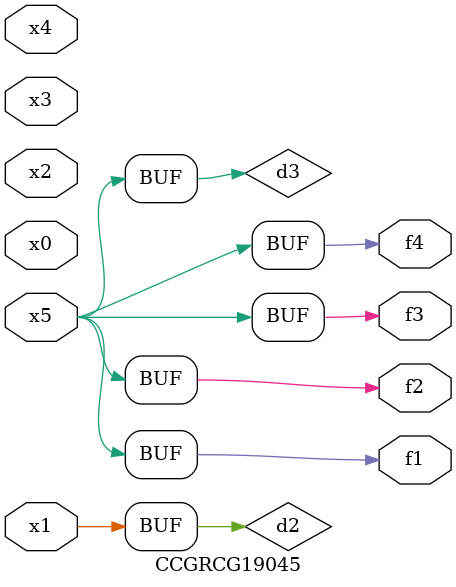
<source format=v>
module CCGRCG19045(
	input x0, x1, x2, x3, x4, x5,
	output f1, f2, f3, f4
);

	wire d1, d2, d3;

	not (d1, x5);
	or (d2, x1);
	xnor (d3, d1);
	assign f1 = d3;
	assign f2 = d3;
	assign f3 = d3;
	assign f4 = d3;
endmodule

</source>
